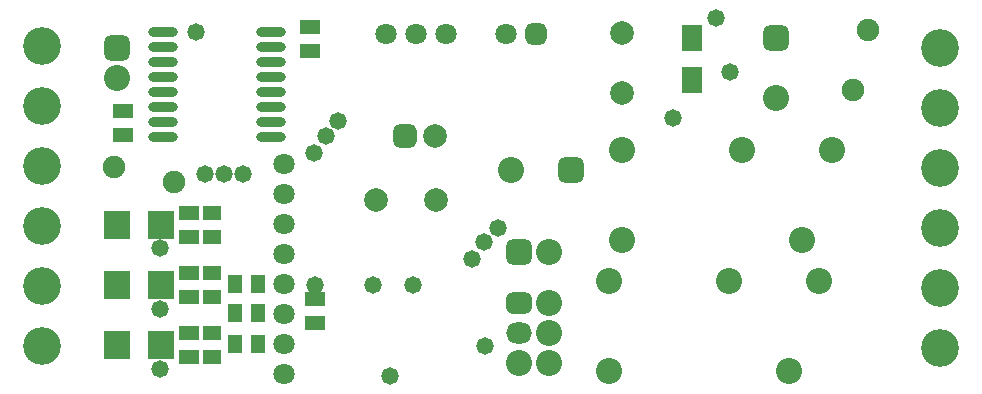
<source format=gts>
G04 Layer_Color=8388736*
%FSLAX43Y43*%
%MOMM*%
G71*
G01*
G75*
%ADD57R,1.553X1.303*%
%ADD58R,1.653X1.253*%
%ADD59O,2.503X0.803*%
%ADD60R,2.303X2.353*%
%ADD61R,1.303X1.553*%
%ADD62R,1.753X2.203*%
%ADD63C,2.203*%
%ADD64C,3.203*%
%ADD65C,1.803*%
%ADD66O,2.203X1.803*%
G04:AMPARAMS|DCode=67|XSize=1.803mm|YSize=2.203mm|CornerRadius=0.502mm|HoleSize=0mm|Usage=FLASHONLY|Rotation=270.000|XOffset=0mm|YOffset=0mm|HoleType=Round|Shape=RoundedRectangle|*
%AMROUNDEDRECTD67*
21,1,1.803,1.200,0,0,270.0*
21,1,0.800,2.203,0,0,270.0*
1,1,1.003,-0.600,-0.400*
1,1,1.003,-0.600,0.400*
1,1,1.003,0.600,0.400*
1,1,1.003,0.600,-0.400*
%
%ADD67ROUNDEDRECTD67*%
G04:AMPARAMS|DCode=68|XSize=2.203mm|YSize=2.203mm|CornerRadius=0.602mm|HoleSize=0mm|Usage=FLASHONLY|Rotation=0.000|XOffset=0mm|YOffset=0mm|HoleType=Round|Shape=RoundedRectangle|*
%AMROUNDEDRECTD68*
21,1,2.203,1.000,0,0,0.0*
21,1,1.000,2.203,0,0,0.0*
1,1,1.203,0.500,-0.500*
1,1,1.203,-0.500,-0.500*
1,1,1.203,-0.500,0.500*
1,1,1.203,0.500,0.500*
%
%ADD68ROUNDEDRECTD68*%
%ADD69C,2.003*%
G04:AMPARAMS|DCode=70|XSize=2.203mm|YSize=2.203mm|CornerRadius=0.602mm|HoleSize=0mm|Usage=FLASHONLY|Rotation=270.000|XOffset=0mm|YOffset=0mm|HoleType=Round|Shape=RoundedRectangle|*
%AMROUNDEDRECTD70*
21,1,2.203,1.000,0,0,270.0*
21,1,1.000,2.203,0,0,270.0*
1,1,1.203,-0.500,-0.500*
1,1,1.203,-0.500,0.500*
1,1,1.203,0.500,0.500*
1,1,1.203,0.500,-0.500*
%
%ADD70ROUNDEDRECTD70*%
%ADD71C,1.903*%
G04:AMPARAMS|DCode=72|XSize=1.803mm|YSize=1.803mm|CornerRadius=0.502mm|HoleSize=0mm|Usage=FLASHONLY|Rotation=180.000|XOffset=0mm|YOffset=0mm|HoleType=Round|Shape=RoundedRectangle|*
%AMROUNDEDRECTD72*
21,1,1.803,0.800,0,0,180.0*
21,1,0.800,1.803,0,0,180.0*
1,1,1.003,-0.400,0.400*
1,1,1.003,0.400,0.400*
1,1,1.003,0.400,-0.400*
1,1,1.003,-0.400,-0.400*
%
%ADD72ROUNDEDRECTD72*%
G04:AMPARAMS|DCode=73|XSize=2.003mm|YSize=2.003mm|CornerRadius=0.552mm|HoleSize=0mm|Usage=FLASHONLY|Rotation=0.000|XOffset=0mm|YOffset=0mm|HoleType=Round|Shape=RoundedRectangle|*
%AMROUNDEDRECTD73*
21,1,2.003,0.900,0,0,0.0*
21,1,0.900,2.003,0,0,0.0*
1,1,1.103,0.450,-0.450*
1,1,1.103,-0.450,-0.450*
1,1,1.103,-0.450,0.450*
1,1,1.103,0.450,0.450*
%
%ADD73ROUNDEDRECTD73*%
%ADD74C,1.473*%
D57*
X49400Y36000D02*
D03*
Y38000D02*
D03*
X49400Y41100D02*
D03*
Y43100D02*
D03*
X49400Y46200D02*
D03*
Y48200D02*
D03*
D58*
X47400Y41100D02*
D03*
Y43100D02*
D03*
X58100Y40900D02*
D03*
Y38900D02*
D03*
X47400Y36000D02*
D03*
Y38000D02*
D03*
Y46200D02*
D03*
Y48200D02*
D03*
X41800Y56800D02*
D03*
Y54800D02*
D03*
X57700Y61900D02*
D03*
Y63900D02*
D03*
D59*
X45225Y63545D02*
D03*
Y62275D02*
D03*
Y61005D02*
D03*
Y59735D02*
D03*
Y58465D02*
D03*
Y57195D02*
D03*
Y55925D02*
D03*
Y54655D02*
D03*
X54375Y63545D02*
D03*
Y62275D02*
D03*
Y61005D02*
D03*
Y59735D02*
D03*
Y58465D02*
D03*
Y57195D02*
D03*
Y55925D02*
D03*
Y54655D02*
D03*
D60*
X41325Y37000D02*
D03*
X45075D02*
D03*
X41325Y42100D02*
D03*
X45075D02*
D03*
X41325Y47200D02*
D03*
X45075D02*
D03*
D61*
X51300Y37100D02*
D03*
X53300D02*
D03*
X51300Y42200D02*
D03*
X53300D02*
D03*
X51300Y39700D02*
D03*
X53300D02*
D03*
D62*
X90000Y62978D02*
D03*
Y59422D02*
D03*
D63*
X83000Y34780D02*
D03*
X98240D02*
D03*
X100780Y42400D02*
D03*
X93160D02*
D03*
X83000D02*
D03*
X84100Y45880D02*
D03*
X99340D02*
D03*
X101880Y53500D02*
D03*
X94260D02*
D03*
X84100D02*
D03*
X77940Y35520D02*
D03*
X75400D02*
D03*
X77940Y38060D02*
D03*
Y40600D02*
D03*
Y44900D02*
D03*
X74660Y51800D02*
D03*
X97100Y57960D02*
D03*
X41300Y59660D02*
D03*
D64*
X111000Y36800D02*
D03*
Y41880D02*
D03*
Y46960D02*
D03*
Y52040D02*
D03*
Y57120D02*
D03*
Y62200D02*
D03*
X35000Y36900D02*
D03*
Y41980D02*
D03*
Y47060D02*
D03*
Y52140D02*
D03*
Y57220D02*
D03*
Y62300D02*
D03*
D65*
X55500Y52380D02*
D03*
Y49840D02*
D03*
Y47300D02*
D03*
Y44760D02*
D03*
Y42220D02*
D03*
Y39680D02*
D03*
Y37140D02*
D03*
Y34600D02*
D03*
X74260Y63325D02*
D03*
X69180D02*
D03*
X66640D02*
D03*
X64100D02*
D03*
D66*
X75400Y38060D02*
D03*
D67*
Y40600D02*
D03*
D68*
Y44900D02*
D03*
X79740Y51800D02*
D03*
D69*
X84100Y63440D02*
D03*
Y58360D02*
D03*
X63220Y49300D02*
D03*
X68300D02*
D03*
X68270Y54700D02*
D03*
D70*
X97100Y63040D02*
D03*
X41300Y62200D02*
D03*
D71*
X104900Y63680D02*
D03*
X103630Y58600D02*
D03*
X46180Y50800D02*
D03*
X41100Y52070D02*
D03*
D72*
X76800Y63325D02*
D03*
D73*
X65730Y54700D02*
D03*
D74*
X64400Y34400D02*
D03*
X66400Y42100D02*
D03*
X63000D02*
D03*
X72500Y36900D02*
D03*
X45000Y35000D02*
D03*
Y40100D02*
D03*
X52000Y51500D02*
D03*
X50400D02*
D03*
X48800D02*
D03*
X45000Y45200D02*
D03*
X58100Y42100D02*
D03*
X73600Y46900D02*
D03*
X72400Y45700D02*
D03*
X71400Y44300D02*
D03*
X93200Y60100D02*
D03*
X92000Y64700D02*
D03*
X88400Y56200D02*
D03*
X48000Y63500D02*
D03*
X58000Y53300D02*
D03*
X59000Y54700D02*
D03*
X60000Y56000D02*
D03*
M02*

</source>
